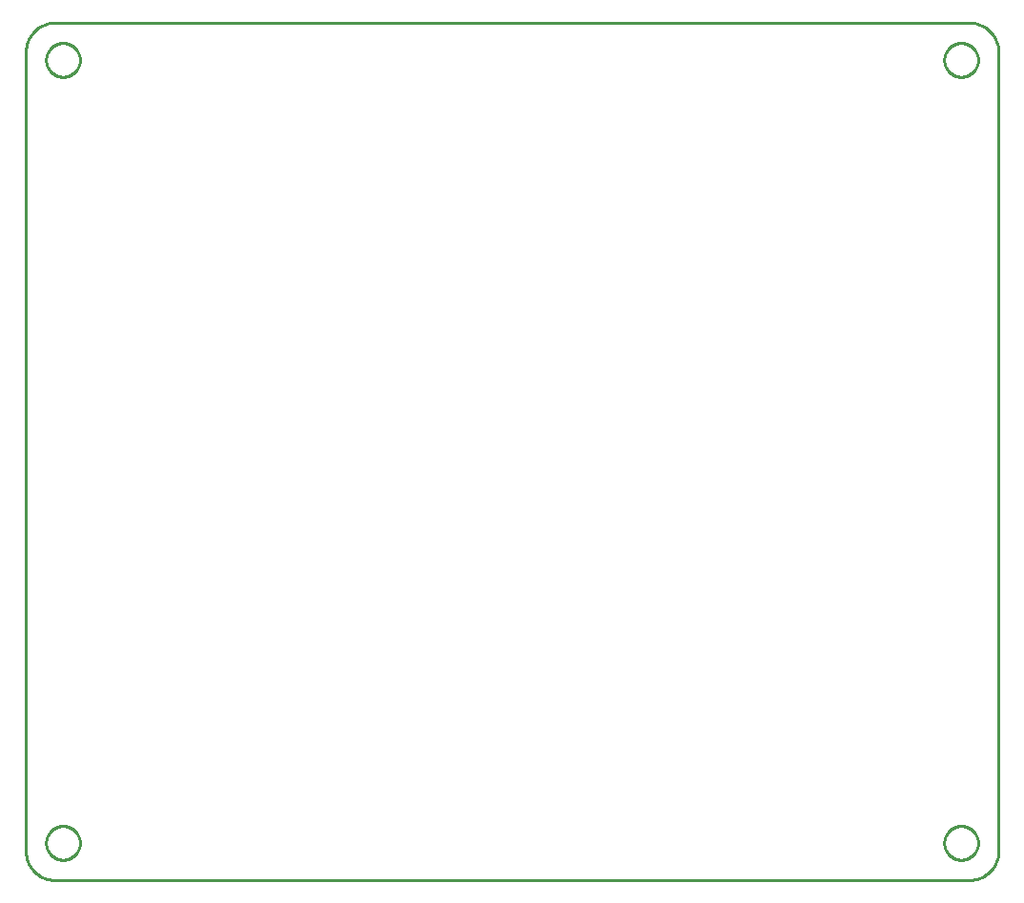
<source format=gbr>
G04 EAGLE Gerber X2 export*
%TF.Part,Single*%
%TF.FileFunction,Profile,NP*%
%TF.FilePolarity,Positive*%
%TF.GenerationSoftware,Autodesk,EAGLE,9.6.2*%
%TF.CreationDate,2025-03-18T09:50:27Z*%
G75*
%MOMM*%
%FSLAX34Y34*%
%LPD*%
%IN*%
%AMOC8*
5,1,8,0,0,1.08239X$1,22.5*%
G01*
%ADD10C,0.254000*%


D10*
X0Y25400D02*
X97Y23186D01*
X386Y20989D01*
X865Y18826D01*
X1532Y16713D01*
X2380Y14666D01*
X3403Y12700D01*
X4594Y10831D01*
X5942Y9073D01*
X7440Y7440D01*
X9073Y5942D01*
X10831Y4594D01*
X12700Y3403D01*
X14666Y2380D01*
X16713Y1532D01*
X18826Y865D01*
X20989Y386D01*
X23186Y97D01*
X25400Y0D01*
X838200Y0D01*
X840414Y97D01*
X842611Y386D01*
X844774Y865D01*
X846887Y1532D01*
X848935Y2380D01*
X850900Y3403D01*
X852769Y4594D01*
X854527Y5942D01*
X856161Y7440D01*
X857658Y9073D01*
X859006Y10831D01*
X860197Y12700D01*
X861220Y14666D01*
X862068Y16713D01*
X862735Y18826D01*
X863214Y20989D01*
X863503Y23186D01*
X863600Y25400D01*
X863600Y736600D01*
X863503Y738814D01*
X863214Y741011D01*
X862735Y743174D01*
X862068Y745287D01*
X861220Y747335D01*
X860197Y749300D01*
X859006Y751169D01*
X857658Y752927D01*
X856161Y754561D01*
X854527Y756058D01*
X852769Y757406D01*
X850900Y758597D01*
X848935Y759620D01*
X846887Y760468D01*
X844774Y761135D01*
X842611Y761614D01*
X840414Y761903D01*
X838200Y762000D01*
X25400Y762000D01*
X23186Y761903D01*
X20989Y761614D01*
X18826Y761135D01*
X16713Y760468D01*
X14666Y759620D01*
X12700Y758597D01*
X10831Y757406D01*
X9073Y756058D01*
X7440Y754561D01*
X5942Y752927D01*
X4594Y751169D01*
X3403Y749300D01*
X2380Y747335D01*
X1532Y745287D01*
X865Y743174D01*
X386Y741011D01*
X97Y738814D01*
X0Y736600D01*
X0Y25400D01*
X48020Y32484D02*
X47944Y31416D01*
X47791Y30355D01*
X47563Y29308D01*
X47261Y28280D01*
X46887Y27276D01*
X46442Y26301D01*
X45928Y25361D01*
X45349Y24460D01*
X44707Y23602D01*
X44005Y22792D01*
X43248Y22035D01*
X42438Y21333D01*
X41580Y20691D01*
X40679Y20112D01*
X39739Y19598D01*
X38764Y19153D01*
X37760Y18779D01*
X36732Y18477D01*
X35685Y18249D01*
X34624Y18096D01*
X33556Y18020D01*
X32484Y18020D01*
X31416Y18096D01*
X30355Y18249D01*
X29308Y18477D01*
X28280Y18779D01*
X27276Y19153D01*
X26301Y19598D01*
X25361Y20112D01*
X24460Y20691D01*
X23602Y21333D01*
X22792Y22035D01*
X22035Y22792D01*
X21333Y23602D01*
X20691Y24460D01*
X20112Y25361D01*
X19598Y26301D01*
X19153Y27276D01*
X18779Y28280D01*
X18477Y29308D01*
X18249Y30355D01*
X18096Y31416D01*
X18020Y32484D01*
X18020Y33556D01*
X18096Y34624D01*
X18249Y35685D01*
X18477Y36732D01*
X18779Y37760D01*
X19153Y38764D01*
X19598Y39739D01*
X20112Y40679D01*
X20691Y41580D01*
X21333Y42438D01*
X22035Y43248D01*
X22792Y44005D01*
X23602Y44707D01*
X24460Y45349D01*
X25361Y45928D01*
X26301Y46442D01*
X27276Y46887D01*
X28280Y47261D01*
X29308Y47563D01*
X30355Y47791D01*
X31416Y47944D01*
X32484Y48020D01*
X33556Y48020D01*
X34624Y47944D01*
X35685Y47791D01*
X36732Y47563D01*
X37760Y47261D01*
X38764Y46887D01*
X39739Y46442D01*
X40679Y45928D01*
X41580Y45349D01*
X42438Y44707D01*
X43248Y44005D01*
X44005Y43248D01*
X44707Y42438D01*
X45349Y41580D01*
X45928Y40679D01*
X46442Y39739D01*
X46887Y38764D01*
X47261Y37760D01*
X47563Y36732D01*
X47791Y35685D01*
X47944Y34624D01*
X48020Y33556D01*
X48020Y32484D01*
X845580Y32484D02*
X845504Y31416D01*
X845351Y30355D01*
X845123Y29308D01*
X844821Y28280D01*
X844447Y27276D01*
X844002Y26301D01*
X843488Y25361D01*
X842909Y24460D01*
X842267Y23602D01*
X841565Y22792D01*
X840808Y22035D01*
X839998Y21333D01*
X839140Y20691D01*
X838239Y20112D01*
X837299Y19598D01*
X836324Y19153D01*
X835320Y18779D01*
X834292Y18477D01*
X833245Y18249D01*
X832184Y18096D01*
X831116Y18020D01*
X830044Y18020D01*
X828976Y18096D01*
X827915Y18249D01*
X826868Y18477D01*
X825840Y18779D01*
X824836Y19153D01*
X823861Y19598D01*
X822921Y20112D01*
X822020Y20691D01*
X821162Y21333D01*
X820352Y22035D01*
X819595Y22792D01*
X818893Y23602D01*
X818251Y24460D01*
X817672Y25361D01*
X817158Y26301D01*
X816713Y27276D01*
X816339Y28280D01*
X816037Y29308D01*
X815809Y30355D01*
X815656Y31416D01*
X815580Y32484D01*
X815580Y33556D01*
X815656Y34624D01*
X815809Y35685D01*
X816037Y36732D01*
X816339Y37760D01*
X816713Y38764D01*
X817158Y39739D01*
X817672Y40679D01*
X818251Y41580D01*
X818893Y42438D01*
X819595Y43248D01*
X820352Y44005D01*
X821162Y44707D01*
X822020Y45349D01*
X822921Y45928D01*
X823861Y46442D01*
X824836Y46887D01*
X825840Y47261D01*
X826868Y47563D01*
X827915Y47791D01*
X828976Y47944D01*
X830044Y48020D01*
X831116Y48020D01*
X832184Y47944D01*
X833245Y47791D01*
X834292Y47563D01*
X835320Y47261D01*
X836324Y46887D01*
X837299Y46442D01*
X838239Y45928D01*
X839140Y45349D01*
X839998Y44707D01*
X840808Y44005D01*
X841565Y43248D01*
X842267Y42438D01*
X842909Y41580D01*
X843488Y40679D01*
X844002Y39739D01*
X844447Y38764D01*
X844821Y37760D01*
X845123Y36732D01*
X845351Y35685D01*
X845504Y34624D01*
X845580Y33556D01*
X845580Y32484D01*
X845580Y728444D02*
X845504Y727376D01*
X845351Y726315D01*
X845123Y725268D01*
X844821Y724240D01*
X844447Y723236D01*
X844002Y722261D01*
X843488Y721321D01*
X842909Y720420D01*
X842267Y719562D01*
X841565Y718752D01*
X840808Y717995D01*
X839998Y717293D01*
X839140Y716651D01*
X838239Y716072D01*
X837299Y715558D01*
X836324Y715113D01*
X835320Y714739D01*
X834292Y714437D01*
X833245Y714209D01*
X832184Y714056D01*
X831116Y713980D01*
X830044Y713980D01*
X828976Y714056D01*
X827915Y714209D01*
X826868Y714437D01*
X825840Y714739D01*
X824836Y715113D01*
X823861Y715558D01*
X822921Y716072D01*
X822020Y716651D01*
X821162Y717293D01*
X820352Y717995D01*
X819595Y718752D01*
X818893Y719562D01*
X818251Y720420D01*
X817672Y721321D01*
X817158Y722261D01*
X816713Y723236D01*
X816339Y724240D01*
X816037Y725268D01*
X815809Y726315D01*
X815656Y727376D01*
X815580Y728444D01*
X815580Y729516D01*
X815656Y730584D01*
X815809Y731645D01*
X816037Y732692D01*
X816339Y733720D01*
X816713Y734724D01*
X817158Y735699D01*
X817672Y736639D01*
X818251Y737540D01*
X818893Y738398D01*
X819595Y739208D01*
X820352Y739965D01*
X821162Y740667D01*
X822020Y741309D01*
X822921Y741888D01*
X823861Y742402D01*
X824836Y742847D01*
X825840Y743221D01*
X826868Y743523D01*
X827915Y743751D01*
X828976Y743904D01*
X830044Y743980D01*
X831116Y743980D01*
X832184Y743904D01*
X833245Y743751D01*
X834292Y743523D01*
X835320Y743221D01*
X836324Y742847D01*
X837299Y742402D01*
X838239Y741888D01*
X839140Y741309D01*
X839998Y740667D01*
X840808Y739965D01*
X841565Y739208D01*
X842267Y738398D01*
X842909Y737540D01*
X843488Y736639D01*
X844002Y735699D01*
X844447Y734724D01*
X844821Y733720D01*
X845123Y732692D01*
X845351Y731645D01*
X845504Y730584D01*
X845580Y729516D01*
X845580Y728444D01*
X48020Y728444D02*
X47944Y727376D01*
X47791Y726315D01*
X47563Y725268D01*
X47261Y724240D01*
X46887Y723236D01*
X46442Y722261D01*
X45928Y721321D01*
X45349Y720420D01*
X44707Y719562D01*
X44005Y718752D01*
X43248Y717995D01*
X42438Y717293D01*
X41580Y716651D01*
X40679Y716072D01*
X39739Y715558D01*
X38764Y715113D01*
X37760Y714739D01*
X36732Y714437D01*
X35685Y714209D01*
X34624Y714056D01*
X33556Y713980D01*
X32484Y713980D01*
X31416Y714056D01*
X30355Y714209D01*
X29308Y714437D01*
X28280Y714739D01*
X27276Y715113D01*
X26301Y715558D01*
X25361Y716072D01*
X24460Y716651D01*
X23602Y717293D01*
X22792Y717995D01*
X22035Y718752D01*
X21333Y719562D01*
X20691Y720420D01*
X20112Y721321D01*
X19598Y722261D01*
X19153Y723236D01*
X18779Y724240D01*
X18477Y725268D01*
X18249Y726315D01*
X18096Y727376D01*
X18020Y728444D01*
X18020Y729516D01*
X18096Y730584D01*
X18249Y731645D01*
X18477Y732692D01*
X18779Y733720D01*
X19153Y734724D01*
X19598Y735699D01*
X20112Y736639D01*
X20691Y737540D01*
X21333Y738398D01*
X22035Y739208D01*
X22792Y739965D01*
X23602Y740667D01*
X24460Y741309D01*
X25361Y741888D01*
X26301Y742402D01*
X27276Y742847D01*
X28280Y743221D01*
X29308Y743523D01*
X30355Y743751D01*
X31416Y743904D01*
X32484Y743980D01*
X33556Y743980D01*
X34624Y743904D01*
X35685Y743751D01*
X36732Y743523D01*
X37760Y743221D01*
X38764Y742847D01*
X39739Y742402D01*
X40679Y741888D01*
X41580Y741309D01*
X42438Y740667D01*
X43248Y739965D01*
X44005Y739208D01*
X44707Y738398D01*
X45349Y737540D01*
X45928Y736639D01*
X46442Y735699D01*
X46887Y734724D01*
X47261Y733720D01*
X47563Y732692D01*
X47791Y731645D01*
X47944Y730584D01*
X48020Y729516D01*
X48020Y728444D01*
M02*

</source>
